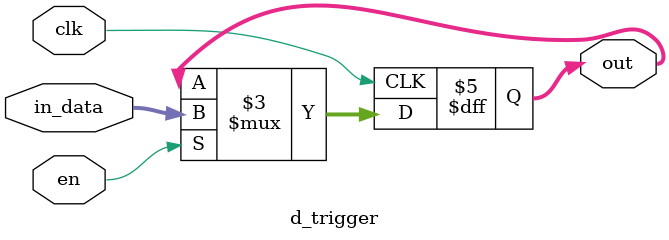
<source format=v>
module d_trigger(en,in_data,clk,out);
	input [7:0]in_data;
	input en;
	input clk;
	output reg [7:0]out;

	always @ (posedge clk)
	if(en)
		begin
			out <= in_data;
		end
	else
		begin
			out <= out;
		end
endmodule

</source>
